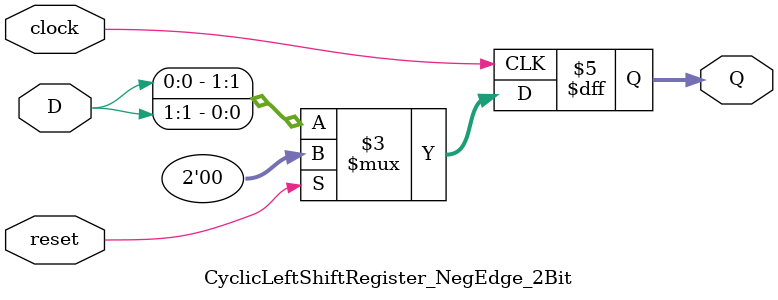
<source format=v>
module CyclicLeftShiftRegister_NegEdge_2Bit (clock, reset, D, Q);
    input clock;
    input reset;
    input [1:0] D;
    output reg [1:0] Q;

    always @(negedge clock)
    begin
        if (reset)
            Q <= 2'b00;
        else
            Q <= {D[0:0], D[1]};        
    end
endmodule

</source>
